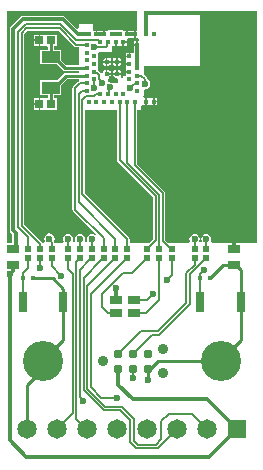
<source format=gtl>
G04*
G04 #@! TF.GenerationSoftware,Altium Limited,Altium Designer,21.6.4 (81)*
G04*
G04 Layer_Physical_Order=1*
G04 Layer_Color=255*
%FSLAX44Y44*%
%MOMM*%
G71*
G04*
G04 #@! TF.SameCoordinates,8C3636EA-CFF2-41A9-9EC8-A279A3EE80BB*
G04*
G04*
G04 #@! TF.FilePolarity,Positive*
G04*
G01*
G75*
%ADD10C,0.2540*%
%ADD14R,0.3500X0.3500*%
%ADD15R,0.4200X0.4200*%
%ADD16R,0.5500X0.5200*%
%ADD18R,1.0200X0.6400*%
%ADD19R,0.7200X0.7200*%
%ADD20R,0.3600X0.3500*%
%ADD21R,0.8000X1.7000*%
%ADD22R,1.5500X1.0000*%
%ADD23R,1.0000X0.8000*%
%ADD38C,0.7900*%
%ADD39C,0.1520*%
%ADD40C,0.3600*%
%ADD41C,0.3500*%
%ADD42C,0.9000*%
%ADD43C,1.6500*%
%ADD44R,1.6500X1.6500*%
%ADD45C,3.4000*%
%ADD46C,0.6000*%
G36*
X114200Y379380D02*
X113242D01*
Y376360D01*
Y373340D01*
X115500D01*
X116100Y372318D01*
Y370480D01*
X115112D01*
Y367460D01*
X114350D01*
Y366698D01*
X111330D01*
Y364440D01*
X111330D01*
Y363980D01*
X111330D01*
Y361809D01*
X110870Y360730D01*
X110060Y360730D01*
X108612D01*
Y357710D01*
X107850D01*
Y356948D01*
X104830D01*
Y355500D01*
X104830Y354690D01*
X104830Y353420D01*
Y351972D01*
X107850D01*
Y350448D01*
X104830D01*
Y349000D01*
X104830Y348190D01*
X104830Y346920D01*
Y345472D01*
X107850D01*
Y343948D01*
X104830D01*
Y342500D01*
X104830Y341690D01*
X103780Y341160D01*
X102400D01*
Y339812D01*
X102120Y339672D01*
X101813Y339734D01*
X100850Y340458D01*
Y341998D01*
X97480D01*
X94110D01*
Y339390D01*
X97032D01*
X98000Y338120D01*
X98000Y334860D01*
X93596D01*
X92666Y335482D01*
X91000Y335813D01*
X90982Y335809D01*
X90000Y336615D01*
Y338660D01*
X90968Y339390D01*
X91850D01*
Y341998D01*
X88480D01*
Y342760D01*
X87718D01*
Y346130D01*
X85110D01*
Y343768D01*
X83840Y343425D01*
X83594Y343793D01*
X82204Y345183D01*
X81532Y345632D01*
X81120Y345714D01*
Y346920D01*
X81120Y347730D01*
X81120Y347730D01*
Y348190D01*
X81120D01*
X81120Y349000D01*
Y353420D01*
X81120Y354230D01*
X81120D01*
Y354690D01*
X81120D01*
Y360730D01*
X82088Y361460D01*
X93000Y361460D01*
Y365657D01*
X93210Y366840D01*
X94270Y366840D01*
X95468D01*
Y369860D01*
X96992D01*
Y366840D01*
X98440D01*
X99250Y366840D01*
X100520Y366840D01*
X101968D01*
Y369860D01*
X102730D01*
Y370622D01*
X105750D01*
Y372880D01*
X106830Y373340D01*
X109000Y373340D01*
X110270Y373340D01*
X111718D01*
Y376360D01*
Y379380D01*
X110270D01*
X109460Y379380D01*
X108190Y379380D01*
X106742D01*
Y376360D01*
X105218D01*
Y379380D01*
X103059Y379380D01*
X102600Y380460D01*
X102501Y380460D01*
X102501Y380460D01*
X89400D01*
Y379380D01*
X87242D01*
Y376360D01*
X85718D01*
Y379380D01*
X83460D01*
Y379380D01*
X83000D01*
Y379380D01*
X80742D01*
Y376360D01*
X79218D01*
Y379380D01*
X76960D01*
X76700Y380542D01*
Y384960D01*
X64800D01*
Y381846D01*
X63627Y381360D01*
X53739Y391247D01*
X52740Y391915D01*
X51562Y392149D01*
X17468D01*
X16290Y391915D01*
X15291Y391247D01*
X7475Y383431D01*
X6807Y382432D01*
X6573Y381254D01*
Y210438D01*
X6807Y209260D01*
X7475Y208261D01*
X8605Y207131D01*
Y200000D01*
X4078D01*
X4078Y395922D01*
X114200D01*
Y379380D01*
D02*
G37*
G36*
X61471Y365996D02*
X62142Y365548D01*
X62934Y365390D01*
X64800D01*
Y350550D01*
X54423D01*
X50270Y354702D01*
Y363580D01*
X43840D01*
Y366440D01*
X46720D01*
Y376180D01*
X37790D01*
X36980Y376180D01*
X35710Y376180D01*
X32412D01*
Y371310D01*
Y366440D01*
X35710D01*
X36520Y366440D01*
X37762Y366440D01*
X38660Y365542D01*
Y363580D01*
X32230D01*
Y351040D01*
X46607D01*
X51519Y346129D01*
X52359Y345567D01*
X53350Y345370D01*
X64800D01*
Y344050D01*
X54150D01*
X53159Y343853D01*
X52319Y343291D01*
X46607Y337580D01*
X32230D01*
Y325040D01*
X38660D01*
Y323078D01*
X37762Y322180D01*
X36980D01*
X35710Y322180D01*
X32412D01*
Y317310D01*
Y312440D01*
X35710D01*
X36520Y312440D01*
X37790Y312440D01*
X46720D01*
Y322180D01*
X43840D01*
Y325040D01*
X50270D01*
Y333918D01*
X55223Y338870D01*
X64800D01*
Y336787D01*
X64256Y336423D01*
X60258Y332425D01*
X59810Y331754D01*
X59652Y330962D01*
Y228092D01*
X59810Y227300D01*
X60258Y226628D01*
X79689Y207198D01*
X78879Y206212D01*
X77666Y207022D01*
X76000Y207354D01*
X74334Y207022D01*
X72922Y206078D01*
X71978Y204666D01*
X71646Y203000D01*
X71976Y201343D01*
X71966Y201312D01*
X71366Y200213D01*
X70634D01*
X70034Y201312D01*
X70024Y201343D01*
X70354Y203000D01*
X70022Y204666D01*
X69078Y206078D01*
X67666Y207022D01*
X66000Y207354D01*
X64334Y207022D01*
X62922Y206078D01*
X61978Y204666D01*
X61646Y203000D01*
X61976Y201343D01*
X61966Y201312D01*
X61366Y200213D01*
X60634D01*
X60034Y201312D01*
X60024Y201343D01*
X60354Y203000D01*
X60022Y204666D01*
X59078Y206078D01*
X57666Y207022D01*
X56000Y207354D01*
X54334Y207022D01*
X52922Y206078D01*
X51978Y204666D01*
X51646Y203000D01*
X51978Y201334D01*
X52121Y201120D01*
X51522Y200000D01*
X44070D01*
Y200374D01*
X43912Y201166D01*
X43825Y201296D01*
X44154Y201788D01*
X44486Y203454D01*
X44154Y205120D01*
X43211Y206532D01*
X41798Y207476D01*
X40132Y207808D01*
X38466Y207476D01*
X37053Y206532D01*
X36110Y205120D01*
X35778Y203454D01*
X36110Y201788D01*
X36456Y201270D01*
X35777Y200000D01*
X33773D01*
X33464Y200464D01*
X18850Y215077D01*
Y376923D01*
X21365Y379438D01*
X48029D01*
X61471Y365996D01*
D02*
G37*
G36*
X215922Y200000D02*
X177478D01*
X176879Y201120D01*
X177022Y201334D01*
X177354Y203000D01*
X177022Y204666D01*
X176078Y206078D01*
X174666Y207022D01*
X173000Y207354D01*
X171334Y207022D01*
X169921Y206078D01*
X168978Y204666D01*
X168646Y203000D01*
X168976Y201343D01*
X168966Y201312D01*
X168366Y200213D01*
X167634D01*
X167034Y201312D01*
X167024Y201343D01*
X167354Y203000D01*
X167022Y204666D01*
X166078Y206078D01*
X164666Y207022D01*
X163000Y207354D01*
X161334Y207022D01*
X159922Y206078D01*
X158978Y204666D01*
X158646Y203000D01*
X158978Y201334D01*
X159121Y201120D01*
X158522Y200000D01*
X140777D01*
X138198Y202579D01*
Y241824D01*
X138040Y242616D01*
X137592Y243288D01*
X114550Y266329D01*
Y312760D01*
X118000D01*
Y315634D01*
X118880Y316540D01*
X119270Y316540D01*
X121138D01*
Y319560D01*
Y322580D01*
X120105D01*
X119263Y323844D01*
X119263Y323850D01*
X119310Y323960D01*
X120100D01*
Y329368D01*
X121000Y330106D01*
X122666Y330438D01*
X124079Y331381D01*
X125022Y332794D01*
X125354Y334460D01*
X125022Y336126D01*
X124079Y337538D01*
X123070Y338213D01*
Y338460D01*
X122912Y339252D01*
X122464Y339924D01*
X120100Y342287D01*
Y349460D01*
X167300D01*
Y392460D01*
X123700D01*
Y382200D01*
Y379380D01*
X122662D01*
Y376360D01*
X121138D01*
Y379380D01*
X120100D01*
Y382200D01*
Y395922D01*
X215922D01*
X215922Y200000D01*
D02*
G37*
G36*
X97410Y269874D02*
X97568Y269081D01*
X98017Y268410D01*
X127978Y238448D01*
Y202905D01*
X125073Y200000D01*
X108070D01*
Y203000D01*
X107912Y203792D01*
X107464Y204464D01*
X70110Y241817D01*
Y312760D01*
X97410D01*
Y269874D01*
D02*
G37*
%LPC*%
G36*
X113588Y370480D02*
X111330D01*
Y368222D01*
X113588D01*
Y370480D01*
D02*
G37*
G36*
X105750Y369098D02*
X103492D01*
Y366840D01*
X105750D01*
Y369098D01*
D02*
G37*
G36*
X107088Y360730D02*
X104830D01*
Y358472D01*
X107088D01*
Y360730D01*
D02*
G37*
G36*
X100850Y356530D02*
X98242D01*
Y353922D01*
X100850D01*
Y356530D01*
D02*
G37*
G36*
X96718D02*
X94110D01*
Y353922D01*
X96718D01*
Y356530D01*
D02*
G37*
G36*
X91850D02*
X89242D01*
Y353922D01*
X91850D01*
Y356530D01*
D02*
G37*
G36*
X87718D02*
X85110D01*
Y353922D01*
X87718D01*
Y356530D01*
D02*
G37*
G36*
X100850Y352398D02*
X98242D01*
Y349790D01*
X100850D01*
Y352398D01*
D02*
G37*
G36*
X96718D02*
X94110D01*
Y349790D01*
X96718D01*
Y352398D01*
D02*
G37*
G36*
X91850Y352398D02*
X89242D01*
Y349790D01*
X91850D01*
Y352398D01*
D02*
G37*
G36*
X87718D02*
X85110D01*
Y349790D01*
X87718D01*
Y352398D01*
D02*
G37*
G36*
X100850Y346130D02*
X98242D01*
Y343522D01*
X100850D01*
Y346130D01*
D02*
G37*
G36*
X96718D02*
X94110D01*
Y343522D01*
X96718D01*
Y346130D01*
D02*
G37*
G36*
X91850D02*
X89242D01*
Y343522D01*
X91850D01*
Y346130D01*
D02*
G37*
G36*
X30888Y376180D02*
X26780D01*
Y372072D01*
X30888D01*
Y376180D01*
D02*
G37*
G36*
Y370548D02*
X26780D01*
Y366440D01*
X30888D01*
Y370548D01*
D02*
G37*
G36*
Y322180D02*
X26780D01*
Y318072D01*
X30888D01*
Y322180D01*
D02*
G37*
G36*
Y316548D02*
X26780D01*
Y312440D01*
X30888D01*
Y316548D01*
D02*
G37*
G36*
X125380Y322580D02*
X124110Y322580D01*
X122662D01*
Y319560D01*
Y316540D01*
X124110D01*
X124920Y316540D01*
X126190Y316540D01*
X127638D01*
Y319560D01*
Y322580D01*
X126190D01*
X125380Y322580D01*
D02*
G37*
G36*
X129162Y322580D02*
Y320322D01*
X131420D01*
Y322580D01*
X129162D01*
D02*
G37*
G36*
X131420Y318798D02*
X129162D01*
Y316540D01*
X131420D01*
Y318798D01*
D02*
G37*
%LPD*%
D10*
X26200Y170000D02*
X42852D01*
X52000Y160852D01*
Y117357D02*
Y160852D01*
X54150Y341460D02*
X71600D01*
X123750Y93300D02*
X123952Y93098D01*
Y84074D02*
Y93098D01*
X123750Y93300D02*
X125200D01*
X131900Y100000D01*
X185000D01*
X202000Y117357D02*
Y150000D01*
X185000Y100357D02*
X202000Y117357D01*
X185000Y100000D02*
Y100357D01*
X202000Y150000D02*
Y177050D01*
X197900Y181150D02*
X202000Y177050D01*
X196000Y181150D02*
X197900D01*
X176200Y170000D02*
X176250D01*
X187400Y181150D01*
X196000D01*
X21100Y42200D02*
Y79543D01*
X35000Y93443D01*
Y100000D01*
Y100357D01*
X52000Y117357D01*
X41250Y331310D02*
X44000D01*
X54150Y341460D01*
X53350Y347960D02*
X71600D01*
X41250Y357310D02*
X44000D01*
X53350Y347960D01*
X41250Y317310D02*
Y331310D01*
Y357310D02*
Y371310D01*
D14*
X128400Y376360D02*
D03*
X121900D02*
D03*
X112480D02*
D03*
X105980D02*
D03*
X99480D02*
D03*
X92980D02*
D03*
X86480D02*
D03*
X79980D02*
D03*
X73480D02*
D03*
X102730Y369860D02*
D03*
X96230D02*
D03*
X89730D02*
D03*
X83230D02*
D03*
X71600Y367460D02*
D03*
Y360960D02*
D03*
Y347960D02*
D03*
Y341460D02*
D03*
Y328460D02*
D03*
X78100Y357710D02*
D03*
Y344710D02*
D03*
Y338210D02*
D03*
X73480Y319560D02*
D03*
X79980D02*
D03*
X86480D02*
D03*
X92980D02*
D03*
X99480D02*
D03*
X105980D02*
D03*
X112480D02*
D03*
X121900D02*
D03*
X128400D02*
D03*
X83230Y326060D02*
D03*
X89730D02*
D03*
X96230D02*
D03*
X102730D02*
D03*
X114350Y328460D02*
D03*
Y334960D02*
D03*
Y341460D02*
D03*
Y347960D02*
D03*
Y354460D02*
D03*
Y360960D02*
D03*
Y367460D02*
D03*
X107850Y344710D02*
D03*
Y357710D02*
D03*
X71600Y354460D02*
D03*
Y334960D02*
D03*
X78100Y351210D02*
D03*
X107850Y338210D02*
D03*
Y351210D02*
D03*
D15*
X97480Y353160D02*
D03*
X88480D02*
D03*
Y342760D02*
D03*
X97480D02*
D03*
D16*
X163000Y195000D02*
D03*
Y187000D02*
D03*
X42000Y195000D02*
D03*
Y187000D02*
D03*
X173000Y195000D02*
D03*
Y187000D02*
D03*
X22000Y187000D02*
D03*
Y195000D02*
D03*
X32000Y187000D02*
D03*
Y195000D02*
D03*
X96000Y187000D02*
D03*
Y195000D02*
D03*
X66000Y187000D02*
D03*
Y195000D02*
D03*
X106000Y187000D02*
D03*
Y195000D02*
D03*
X56000Y187000D02*
D03*
Y195000D02*
D03*
X76000Y187000D02*
D03*
Y195000D02*
D03*
X86000Y187000D02*
D03*
Y195000D02*
D03*
X143500D02*
D03*
Y187000D02*
D03*
X133250D02*
D03*
Y195000D02*
D03*
X123000Y187000D02*
D03*
Y195000D02*
D03*
D18*
X196000Y181150D02*
D03*
Y194850D02*
D03*
X9000Y194850D02*
D03*
Y181150D02*
D03*
D19*
X31650Y317310D02*
D03*
X41850D02*
D03*
Y371310D02*
D03*
X31650D02*
D03*
D20*
X167800Y170000D02*
D03*
X176200D02*
D03*
X26200D02*
D03*
X17800D02*
D03*
D21*
X202000Y150000D02*
D03*
X168000D02*
D03*
X18000D02*
D03*
X52000D02*
D03*
D22*
X41250Y357310D02*
D03*
Y331310D02*
D03*
D23*
X96386Y151296D02*
D03*
X111386D02*
D03*
Y140296D02*
D03*
X96386D02*
D03*
D38*
X123750Y106000D02*
D03*
Y93300D02*
D03*
X111050Y106000D02*
D03*
Y93300D02*
D03*
X98350Y106000D02*
D03*
Y93300D02*
D03*
D39*
X66040Y68960D02*
X68750Y66250D01*
X87259Y61040D02*
X101259D01*
X100000Y58000D02*
X108458Y49542D01*
X101259Y61040D02*
X111506Y50793D01*
X69080Y74920D02*
X86000Y58000D01*
X108458Y31243D02*
Y49542D01*
X86000Y58000D02*
X100000D01*
X108458Y31243D02*
X113741Y25960D01*
X72120Y76179D02*
X87259Y61040D01*
X83848Y68750D02*
X97500D01*
X75160Y77438D02*
X83848Y68750D01*
X133000Y195250D02*
X133250Y195000D01*
X105980Y267673D02*
X133000Y240653D01*
Y195250D02*
Y240653D01*
X122546Y151296D02*
X128000Y156750D01*
X111386Y151296D02*
X122546D01*
X143500Y172250D02*
Y187000D01*
X140000Y168750D02*
X143500Y172250D01*
X111386Y140296D02*
X121750D01*
X133250Y151796D02*
Y187000D01*
X121750Y140296D02*
X133250Y151796D01*
X89480Y140296D02*
X96386D01*
X84250Y145526D02*
X89480Y140296D01*
X84250Y145526D02*
Y156642D01*
X102119Y174511D01*
X110361D01*
X122850Y187000D02*
X123000D01*
X110361Y174511D02*
X122850Y187000D01*
X59960Y55660D02*
Y173720D01*
X56000Y177680D02*
Y187000D01*
Y177680D02*
X59960Y173720D01*
X42000Y180504D02*
Y187000D01*
Y180504D02*
X50292Y172212D01*
X42000Y195000D02*
Y200374D01*
X40132Y202242D02*
X42000Y200374D01*
X40132Y202242D02*
Y203454D01*
X107950Y331216D02*
X108458D01*
X113582Y334192D02*
X114350Y334960D01*
X111434Y334192D02*
X113582D01*
X108458Y331216D02*
X111434Y334192D01*
X79090Y343720D02*
X80740D01*
X82130Y338748D02*
Y342330D01*
X80740Y343720D02*
X82130Y342330D01*
X78100Y344710D02*
X79090Y343720D01*
X82130Y338748D02*
X84582Y336296D01*
Y335534D02*
Y336296D01*
X77724Y337834D02*
X78100Y338210D01*
X77724Y331470D02*
X77978Y331216D01*
X77724Y331470D02*
Y337834D01*
X79600Y326060D02*
X83230D01*
X77644Y324104D02*
X79600Y326060D01*
X71300Y324104D02*
X77644D01*
X67602Y328460D02*
X71600D01*
X65000Y325858D02*
X67602Y328460D01*
X65720Y334960D02*
X71600D01*
X61722Y330962D02*
X65720Y334960D01*
X61722Y228092D02*
Y330962D01*
X112480Y265472D02*
Y319560D01*
X105980Y267673D02*
Y319560D01*
X99480Y269874D02*
Y319560D01*
X65000Y234212D02*
Y325858D01*
X68040Y320844D02*
X71300Y324104D01*
X68040Y240960D02*
Y320844D01*
X20042Y385040D02*
X49300D01*
X13740Y212961D02*
Y378738D01*
X20042Y385040D01*
X16780Y214220D02*
Y377780D01*
X20508Y381508D01*
X48886D01*
X62850Y371490D02*
X81600D01*
X49300Y385040D02*
X62850Y371490D01*
X48886Y381508D02*
X62934Y367460D01*
X71600D01*
X130048Y202048D02*
Y239306D01*
X99480Y269874D02*
X130048Y239306D01*
X112480Y265472D02*
X136128Y241824D01*
Y201722D02*
Y241824D01*
X32000Y179000D02*
Y187000D01*
X110998Y85218D02*
Y93218D01*
X160700Y55000D02*
X173500Y42200D01*
X141000Y55000D02*
X160700D01*
X135000Y49000D02*
X141000Y55000D01*
X135000Y33908D02*
Y49000D01*
X167800Y170000D02*
Y173896D01*
X170688Y176784D01*
X105850Y187000D02*
X106000D01*
X104010Y185160D02*
X105850Y187000D01*
X104010Y185010D02*
Y185160D01*
X75160Y156160D02*
X104010Y185010D01*
X75160Y77438D02*
Y156160D01*
X130092Y29000D02*
X135000Y33908D01*
X115000Y29000D02*
X130092D01*
X111506Y32494D02*
X115000Y29000D01*
X111506Y32494D02*
Y50793D01*
X131860Y25960D02*
X148100Y42200D01*
X113741Y25960D02*
X131860D01*
X69080Y74920D02*
Y170080D01*
X66040Y68960D02*
Y177040D01*
X74010Y185010D02*
Y185160D01*
X75850Y187000D01*
X84010Y185160D02*
X85850Y187000D01*
X66040Y177040D02*
X74010Y185010D01*
X84010D02*
Y185160D01*
X69080Y170080D02*
X84010Y185010D01*
X95850Y187000D02*
X96000D01*
X94010Y185160D02*
X95850Y187000D01*
X94010Y185010D02*
Y185160D01*
X72120Y163120D02*
X94010Y185010D01*
X72120Y76179D02*
Y163120D01*
X85850Y187000D02*
X86000D01*
X75850D02*
X76000D01*
X63000Y51100D02*
X71900Y42200D01*
X46500D02*
X59960Y55660D01*
X65850Y187000D02*
X66000D01*
X64010Y185160D02*
X65850Y187000D01*
X64010Y185010D02*
Y185160D01*
X63000Y184000D02*
X64010Y185010D01*
X63000Y51100D02*
Y184000D01*
X133000Y122000D02*
X159000Y148000D01*
X127050Y122000D02*
X133000D01*
X159000Y148000D02*
Y173150D01*
X131741Y125040D02*
X155850Y149150D01*
X117390Y125040D02*
X131741D01*
X155850Y149150D02*
Y174300D01*
X111050Y106000D02*
X127050Y122000D01*
X98350Y106000D02*
X117390Y125040D01*
X159000Y173150D02*
X171010Y185160D01*
Y185160D01*
X155850Y174300D02*
X163000Y181449D01*
Y187000D01*
X172850Y187000D02*
X173000D01*
X171010Y185160D02*
X172850Y187000D01*
X167800Y150200D02*
X168000Y150000D01*
X167800Y150200D02*
Y170000D01*
X17800Y150200D02*
X18000Y150000D01*
X17800Y150200D02*
Y170000D01*
Y174010D01*
X22000Y178210D01*
Y187000D01*
X163000Y195000D02*
Y203000D01*
X173000Y195000D02*
Y203000D01*
X136128Y201722D02*
X142850Y195000D01*
X123000D02*
X130048Y202048D01*
X142850Y195000D02*
X143000D01*
X86000D02*
Y203814D01*
X61722Y228092D02*
X86000Y203814D01*
X96000Y195000D02*
Y203212D01*
X65000Y234212D02*
X96000Y203212D01*
X68040Y240960D02*
X106000Y203000D01*
Y195000D02*
Y203000D01*
X76000Y195000D02*
Y203000D01*
X66000Y195000D02*
Y203000D01*
X56000Y195000D02*
Y203000D01*
X88740Y366350D02*
Y368870D01*
X87850Y365460D02*
X88740Y366350D01*
X78000Y365460D02*
X87850D01*
X88740Y368870D02*
X89730Y369860D01*
X81600Y371490D02*
X83230Y369860D01*
X13740Y212961D02*
X22000Y204701D01*
X32000Y195000D02*
Y199000D01*
X16780Y214220D02*
X32000Y199000D01*
X22000Y195000D02*
Y204701D01*
X118000Y341460D02*
X121000Y338460D01*
Y334460D02*
Y338460D01*
X114350Y341460D02*
X118000D01*
X90720Y327050D02*
Y331180D01*
X89730Y326060D02*
X90720Y327050D01*
D40*
X79980Y376360D02*
X86480D01*
X105980D02*
X112480D01*
X195834Y202946D02*
X196000Y202780D01*
Y194850D02*
Y202780D01*
X114350Y347960D02*
Y354460D01*
Y360960D01*
Y367460D01*
X121900Y380460D02*
X121900Y380460D01*
Y376360D02*
Y380460D01*
D41*
X17468Y389070D02*
X51562D01*
X64272Y376360D02*
X73480D01*
X51562Y389070D02*
X64272Y376360D01*
X9652Y210438D02*
Y381254D01*
X17468Y389070D01*
X9652Y210438D02*
X11684Y208406D01*
Y196300D02*
Y208406D01*
X9000Y194850D02*
X10234D01*
X11684Y196300D01*
X96386Y151296D02*
X96443Y151353D01*
Y161721D01*
X96500Y161778D01*
X96520Y161798D01*
X6604Y32766D02*
Y173228D01*
X9000Y176008D02*
Y181150D01*
X6604Y173612D02*
X9000Y176008D01*
X6604Y173228D02*
Y173612D01*
X175496Y18796D02*
X198900Y42200D01*
X20574Y18796D02*
X175496D01*
X6604Y32766D02*
X20574Y18796D01*
X173536Y67564D02*
X198900Y42200D01*
X110490Y67564D02*
X173536D01*
X98350Y79704D02*
X110490Y67564D01*
X98350Y79704D02*
Y93300D01*
X92980Y376360D02*
X99480D01*
D42*
X136450Y89490D02*
D03*
Y109810D02*
D03*
X85650Y99650D02*
D03*
D43*
X71900Y42200D02*
D03*
X97300D02*
D03*
X122700D02*
D03*
X173500D02*
D03*
X148100D02*
D03*
X46500D02*
D03*
X21100D02*
D03*
D44*
X198900D02*
D03*
D45*
X185000Y100000D02*
D03*
X35000D02*
D03*
D46*
X68750Y66250D02*
D03*
X97500Y68750D02*
D03*
X55250Y329250D02*
D03*
X25250Y330750D02*
D03*
Y356750D02*
D03*
X57750Y359500D02*
D03*
X7500Y391500D02*
D03*
X201000D02*
D03*
Y376500D02*
D03*
Y361500D02*
D03*
Y346500D02*
D03*
Y331500D02*
D03*
Y316500D02*
D03*
Y301500D02*
D03*
Y286500D02*
D03*
Y271500D02*
D03*
Y256500D02*
D03*
Y241500D02*
D03*
Y226500D02*
D03*
X186000Y391500D02*
D03*
Y376500D02*
D03*
Y361500D02*
D03*
Y346500D02*
D03*
Y331500D02*
D03*
Y316500D02*
D03*
Y301500D02*
D03*
Y286500D02*
D03*
Y271500D02*
D03*
Y256500D02*
D03*
Y241500D02*
D03*
Y226500D02*
D03*
X171000Y391500D02*
D03*
Y376500D02*
D03*
Y361500D02*
D03*
Y346500D02*
D03*
Y331500D02*
D03*
Y316500D02*
D03*
Y301500D02*
D03*
Y286500D02*
D03*
Y271500D02*
D03*
Y256500D02*
D03*
Y241500D02*
D03*
Y226500D02*
D03*
X156000Y331500D02*
D03*
Y316500D02*
D03*
Y301500D02*
D03*
Y286500D02*
D03*
Y271500D02*
D03*
Y256500D02*
D03*
Y241500D02*
D03*
X141000Y331500D02*
D03*
Y316500D02*
D03*
Y301500D02*
D03*
Y286500D02*
D03*
Y271500D02*
D03*
Y256500D02*
D03*
X126000Y301500D02*
D03*
Y286500D02*
D03*
Y271500D02*
D03*
X111000Y241500D02*
D03*
Y226500D02*
D03*
X96000Y256500D02*
D03*
Y241500D02*
D03*
Y226500D02*
D03*
X81000Y301500D02*
D03*
Y286500D02*
D03*
Y271500D02*
D03*
Y256500D02*
D03*
Y241500D02*
D03*
X51000Y316500D02*
D03*
Y301500D02*
D03*
Y286500D02*
D03*
Y271500D02*
D03*
Y256500D02*
D03*
Y241500D02*
D03*
Y226500D02*
D03*
X36000Y346500D02*
D03*
Y301500D02*
D03*
Y286500D02*
D03*
Y271500D02*
D03*
Y256500D02*
D03*
Y241500D02*
D03*
Y226500D02*
D03*
X64500Y392750D02*
D03*
X72000D02*
D03*
X79500D02*
D03*
X88500D02*
D03*
X96000D02*
D03*
X103500D02*
D03*
X111000D02*
D03*
X126000Y346250D02*
D03*
X183000Y205500D02*
D03*
X213000Y204000D02*
D03*
Y211500D02*
D03*
Y226500D02*
D03*
Y241500D02*
D03*
Y256500D02*
D03*
Y271500D02*
D03*
Y286500D02*
D03*
Y301500D02*
D03*
Y316500D02*
D03*
Y331500D02*
D03*
X211500Y346500D02*
D03*
X213000Y361500D02*
D03*
Y376500D02*
D03*
Y391500D02*
D03*
X133500Y346250D02*
D03*
X141000D02*
D03*
X148500D02*
D03*
X156000D02*
D03*
X163500D02*
D03*
X171000Y354000D02*
D03*
Y369000D02*
D03*
Y384000D02*
D03*
X26250Y225000D02*
D03*
X128000Y156750D02*
D03*
X140000Y168750D02*
D03*
X107950Y331216D02*
D03*
X84900Y347960D02*
D03*
X77978Y331216D02*
D03*
X93000Y338729D02*
D03*
X84582Y335534D02*
D03*
X91000Y331459D02*
D03*
X96500Y161778D02*
D03*
X50292Y172212D02*
D03*
X32000Y179000D02*
D03*
X6604Y173228D02*
D03*
X110998Y85218D02*
D03*
X123952Y84074D02*
D03*
X170688Y176784D02*
D03*
X163000Y203000D02*
D03*
X173000Y203000D02*
D03*
X76000Y203000D02*
D03*
X66000D02*
D03*
X56000D02*
D03*
X40132Y203454D02*
D03*
X78000Y365460D02*
D03*
X121000Y334460D02*
D03*
X95700Y359460D02*
D03*
X101200Y364360D02*
D03*
X102250Y357960D02*
D03*
X84600Y357560D02*
D03*
X86614Y385572D02*
D03*
X109474D02*
D03*
X108250Y363710D02*
D03*
X93980Y385572D02*
D03*
X102500Y347960D02*
D03*
X79756Y385318D02*
D03*
X102362Y385572D02*
D03*
X108500Y370210D02*
D03*
X93000Y348160D02*
D03*
M02*

</source>
